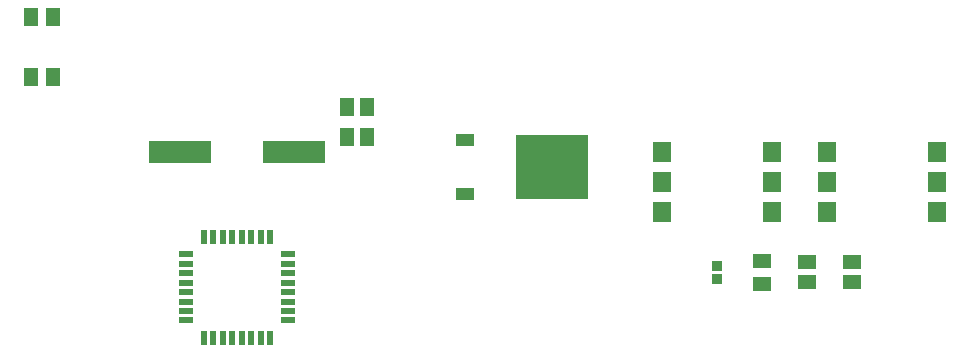
<source format=gtp>
G75*
%MOIN*%
%OFA0B0*%
%FSLAX25Y25*%
%IPPOS*%
%LPD*%
%AMOC8*
5,1,8,0,0,1.08239X$1,22.5*
%
%ADD10R,0.05118X0.05906*%
%ADD11R,0.05906X0.05118*%
%ADD12R,0.24409X0.21260*%
%ADD13R,0.06299X0.03937*%
%ADD14R,0.05984X0.07008*%
%ADD15R,0.03543X0.03346*%
%ADD16R,0.06299X0.05118*%
%ADD17R,0.05000X0.02200*%
%ADD18R,0.02200X0.05000*%
%ADD19R,0.21000X0.07600*%
D10*
X0158454Y0126800D03*
X0165146Y0126800D03*
X0165146Y0136800D03*
X0158454Y0136800D03*
X0060540Y0146800D03*
X0053060Y0146800D03*
X0053060Y0166800D03*
X0060540Y0166800D03*
D11*
X0311800Y0085146D03*
X0311800Y0078454D03*
X0326800Y0078454D03*
X0326800Y0085146D03*
D12*
X0226643Y0116800D03*
D13*
X0197902Y0107824D03*
X0197902Y0125776D03*
D14*
X0263513Y0121800D03*
X0263513Y0111800D03*
X0263513Y0101800D03*
X0300087Y0101800D03*
X0300087Y0111800D03*
X0300087Y0121800D03*
X0318513Y0121800D03*
X0318513Y0111800D03*
X0318513Y0101800D03*
X0355087Y0101800D03*
X0355087Y0111800D03*
X0355087Y0121800D03*
D15*
X0281800Y0084083D03*
X0281800Y0079517D03*
D16*
X0296800Y0078060D03*
X0296800Y0085540D03*
D17*
X0138700Y0084674D03*
X0138700Y0081524D03*
X0138700Y0078375D03*
X0138700Y0075225D03*
X0138700Y0072076D03*
X0138700Y0068926D03*
X0138700Y0065776D03*
X0104900Y0065776D03*
X0104900Y0068926D03*
X0104900Y0072076D03*
X0104900Y0075225D03*
X0104900Y0078375D03*
X0104900Y0081524D03*
X0104900Y0084674D03*
X0104900Y0087824D03*
X0138700Y0087824D03*
D18*
X0110776Y0059900D03*
X0113926Y0059900D03*
X0117076Y0059900D03*
X0120225Y0059900D03*
X0123375Y0059900D03*
X0126524Y0059900D03*
X0129674Y0059900D03*
X0132824Y0059900D03*
X0132824Y0093700D03*
X0129674Y0093700D03*
X0126524Y0093700D03*
X0123375Y0093700D03*
X0120225Y0093700D03*
X0117076Y0093700D03*
X0113926Y0093700D03*
X0110776Y0093700D03*
D19*
X0102800Y0121800D03*
X0140800Y0121800D03*
M02*

</source>
